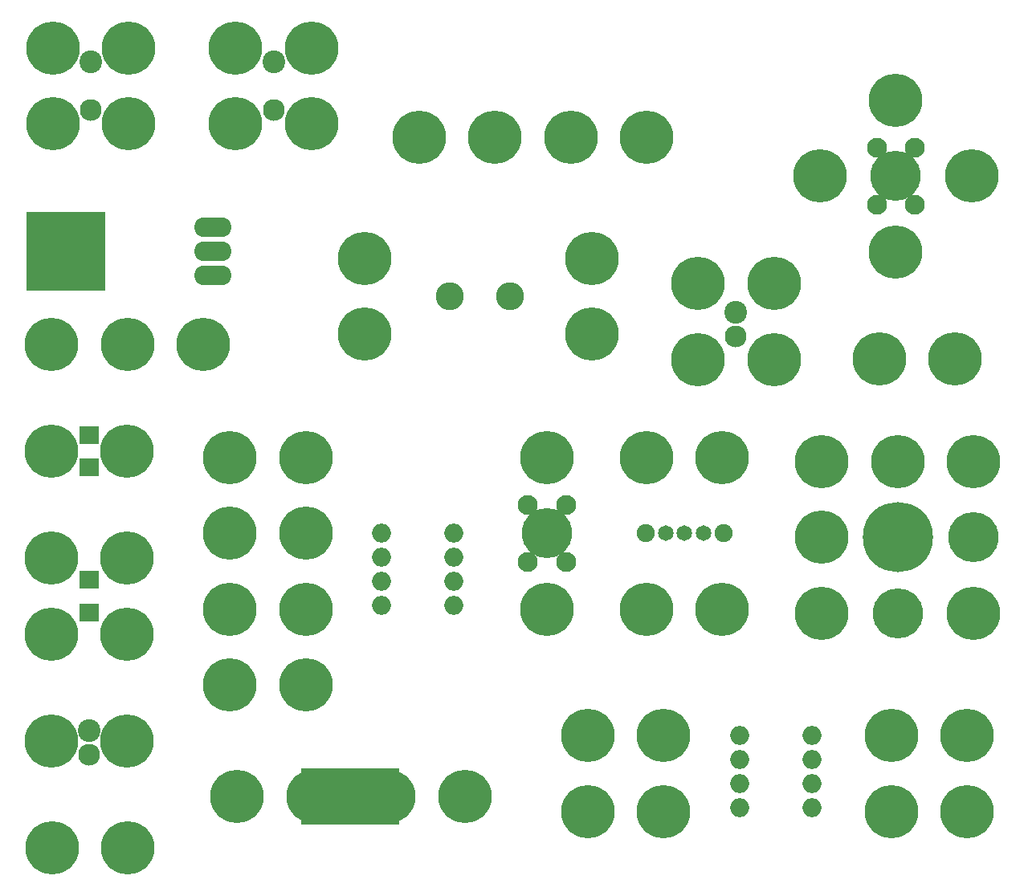
<source format=gts>
G04 #@! TF.FileFunction,Soldermask,Top*
%FSLAX46Y46*%
G04 Gerber Fmt 4.6, Leading zero omitted, Abs format (unit mm)*
G04 Created by KiCad (PCBNEW 4.0.1-3.201512221402+6198~38~ubuntu14.04.1-stable) date Tue 16 Feb 2016 12:41:40 PM PST*
%MOMM*%
G01*
G04 APERTURE LIST*
%ADD10C,0.100000*%
%ADD11C,5.630000*%
%ADD12C,1.650000*%
%ADD13C,1.900000*%
%ADD14O,3.900120X2.099260*%
%ADD15R,8.400000X8.400000*%
%ADD16C,7.400000*%
%ADD17C,5.280000*%
%ADD18R,2.000000X1.900000*%
%ADD19C,2.400000*%
%ADD20C,2.300000*%
%ADD21O,2.000000X2.000000*%
%ADD22R,10.400000X5.960000*%
%ADD23C,2.100000*%
%ADD24C,2.950000*%
G04 APERTURE END LIST*
D10*
D11*
X95968000Y-78968000D03*
X103968000Y-94968000D03*
D12*
X99968000Y-86968000D03*
X101968000Y-86968000D03*
X97968000Y-86968000D03*
D13*
X95868000Y-86968000D03*
X104068000Y-86968000D03*
D11*
X103968000Y-78968000D03*
X95968000Y-94968000D03*
D14*
X50275000Y-57250000D03*
X50275000Y-59790000D03*
X50275000Y-54710000D03*
D15*
X34781000Y-57250000D03*
D11*
X33275000Y-67050000D03*
X49275000Y-67050000D03*
X41275000Y-67050000D03*
D16*
X122434000Y-87366000D03*
D11*
X122434000Y-79366000D03*
X130434000Y-95366000D03*
X130434000Y-79366000D03*
X114434000Y-79366000D03*
X114434000Y-95366000D03*
D17*
X130434000Y-87366000D03*
X122434000Y-95366000D03*
D11*
X114434000Y-87366000D03*
X33285000Y-120145000D03*
X41285000Y-120145000D03*
D18*
X37205000Y-91880000D03*
D11*
X33205000Y-97590000D03*
X33205000Y-89590000D03*
X41205000Y-89590000D03*
X41205000Y-97590000D03*
D18*
X37205000Y-95300000D03*
D19*
X37205000Y-107740000D03*
D20*
X37205000Y-110280000D03*
D11*
X33205000Y-108860000D03*
X41205000Y-108860000D03*
D19*
X105400000Y-63632000D03*
D20*
X105400000Y-66172000D03*
D11*
X101400000Y-68632000D03*
X101400000Y-60632000D03*
X109400000Y-60632000D03*
X109400000Y-68632000D03*
D18*
X37205000Y-76610000D03*
D11*
X33205000Y-78320000D03*
X41205000Y-78320000D03*
D18*
X37205000Y-80030000D03*
D11*
X120510000Y-68570000D03*
X128510000Y-68570000D03*
X96000000Y-45215000D03*
X88000000Y-45215000D03*
X80000000Y-45215000D03*
X72000000Y-45215000D03*
D21*
X105780000Y-108318000D03*
X105780000Y-110858000D03*
X105780000Y-113398000D03*
X105780000Y-115938000D03*
X113400000Y-115938000D03*
X113400000Y-113398000D03*
X113400000Y-110858000D03*
X113400000Y-108318000D03*
D11*
X97780000Y-116318000D03*
X97780000Y-108318000D03*
X89780000Y-108318000D03*
X89780000Y-116318000D03*
X121780000Y-108318000D03*
X121780000Y-116318000D03*
X129780000Y-116318000D03*
X129780000Y-108318000D03*
D21*
X68066000Y-86980000D03*
X68066000Y-89520000D03*
X68066000Y-92060000D03*
X68066000Y-94600000D03*
X75686000Y-94600000D03*
X75686000Y-92060000D03*
X75686000Y-89520000D03*
X75686000Y-86980000D03*
D11*
X52066000Y-102980000D03*
X52066000Y-86980000D03*
X52066000Y-78980000D03*
X52066000Y-94980000D03*
X60066000Y-86980000D03*
X60066000Y-102980000D03*
X60066000Y-94980000D03*
X60066000Y-78980000D03*
X68824000Y-114672000D03*
X60824000Y-114672000D03*
X52824000Y-114672000D03*
X76824000Y-114672000D03*
D22*
X64756000Y-114672000D03*
D23*
X124244200Y-46296600D03*
X124244200Y-52296600D03*
X120244200Y-46296600D03*
X120244200Y-52296600D03*
D17*
X122230000Y-49290000D03*
D11*
X114230000Y-49290000D03*
X122230000Y-57290000D03*
X122230000Y-41290000D03*
X130230000Y-49290000D03*
D19*
X37380000Y-37280000D03*
D20*
X37380000Y-42280000D03*
D11*
X33380000Y-43780000D03*
X33380000Y-35780000D03*
X41380000Y-35780000D03*
X41380000Y-43780000D03*
D19*
X56650000Y-37280000D03*
D20*
X56650000Y-42280000D03*
D11*
X52650000Y-43780000D03*
X52650000Y-35780000D03*
X60650000Y-35780000D03*
X60650000Y-43780000D03*
D23*
X87474200Y-83974600D03*
X87474200Y-89974600D03*
X83474200Y-83974600D03*
X83474200Y-89974600D03*
D17*
X85460000Y-86968000D03*
D11*
X85460000Y-94968000D03*
X85460000Y-78968000D03*
D24*
X81582000Y-61976000D03*
D11*
X66232000Y-57976000D03*
X90232000Y-65976000D03*
X66232000Y-65976000D03*
X90232000Y-57976000D03*
D24*
X75232000Y-61976000D03*
M02*

</source>
